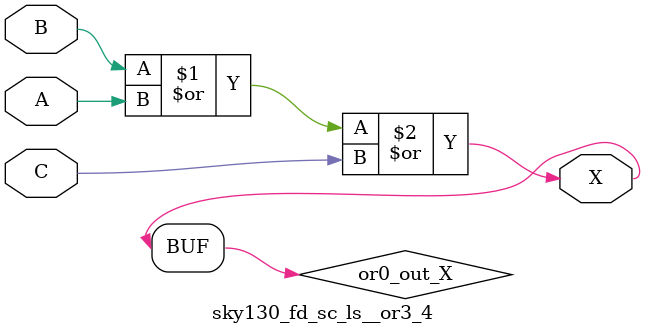
<source format=v>
/*
 * Copyright 2020 The SkyWater PDK Authors
 *
 * Licensed under the Apache License, Version 2.0 (the "License");
 * you may not use this file except in compliance with the License.
 * You may obtain a copy of the License at
 *
 *     https://www.apache.org/licenses/LICENSE-2.0
 *
 * Unless required by applicable law or agreed to in writing, software
 * distributed under the License is distributed on an "AS IS" BASIS,
 * WITHOUT WARRANTIES OR CONDITIONS OF ANY KIND, either express or implied.
 * See the License for the specific language governing permissions and
 * limitations under the License.
 *
 * SPDX-License-Identifier: Apache-2.0
*/


`ifndef SKY130_FD_SC_LS__OR3_4_FUNCTIONAL_V
`define SKY130_FD_SC_LS__OR3_4_FUNCTIONAL_V

/**
 * or3: 3-input OR.
 *
 * Verilog simulation functional model.
 */

`timescale 1ns / 1ps
`default_nettype none

`celldefine
module sky130_fd_sc_ls__or3_4 (
    X,
    A,
    B,
    C
);

    // Module ports
    output X;
    input  A;
    input  B;
    input  C;

    // Local signals
    wire or0_out_X;

    //  Name  Output     Other arguments
    or  or0  (or0_out_X, B, A, C        );
    buf buf0 (X        , or0_out_X      );

endmodule
`endcelldefine

`default_nettype wire
`endif  // SKY130_FD_SC_LS__OR3_4_FUNCTIONAL_V

</source>
